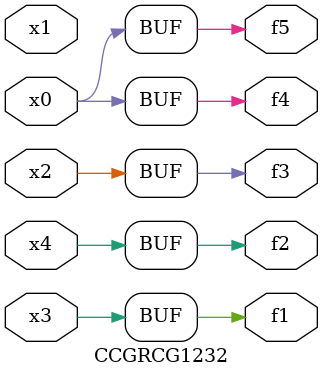
<source format=v>
module CCGRCG1232(
	input x0, x1, x2, x3, x4,
	output f1, f2, f3, f4, f5
);
	assign f1 = x3;
	assign f2 = x4;
	assign f3 = x2;
	assign f4 = x0;
	assign f5 = x0;
endmodule

</source>
